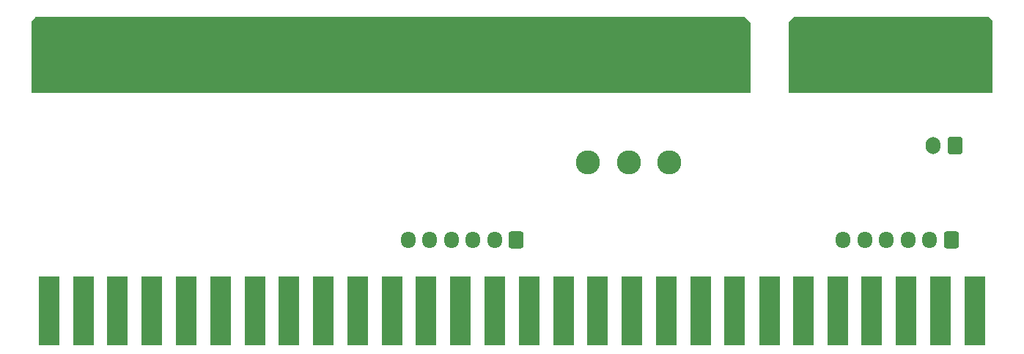
<source format=gts>
G04 #@! TF.GenerationSoftware,KiCad,Pcbnew,(6.0.0)*
G04 #@! TF.CreationDate,2022-02-01T22:01:56+01:00*
G04 #@! TF.ProjectId,jamma_mahjong,6a616d6d-615f-46d6-9168-6a6f6e672e6b,rev?*
G04 #@! TF.SameCoordinates,Original*
G04 #@! TF.FileFunction,Soldermask,Top*
G04 #@! TF.FilePolarity,Negative*
%FSLAX46Y46*%
G04 Gerber Fmt 4.6, Leading zero omitted, Abs format (unit mm)*
G04 Created by KiCad (PCBNEW (6.0.0)) date 2022-02-01 22:01:56*
%MOMM*%
%LPD*%
G01*
G04 APERTURE LIST*
G04 Aperture macros list*
%AMRoundRect*
0 Rectangle with rounded corners*
0 $1 Rounding radius*
0 $2 $3 $4 $5 $6 $7 $8 $9 X,Y pos of 4 corners*
0 Add a 4 corners polygon primitive as box body*
4,1,4,$2,$3,$4,$5,$6,$7,$8,$9,$2,$3,0*
0 Add four circle primitives for the rounded corners*
1,1,$1+$1,$2,$3*
1,1,$1+$1,$4,$5*
1,1,$1+$1,$6,$7*
1,1,$1+$1,$8,$9*
0 Add four rect primitives between the rounded corners*
20,1,$1+$1,$2,$3,$4,$5,0*
20,1,$1+$1,$4,$5,$6,$7,0*
20,1,$1+$1,$6,$7,$8,$9,0*
20,1,$1+$1,$8,$9,$2,$3,0*%
G04 Aperture macros list end*
%ADD10R,2.350000X8.000000*%
%ADD11C,2.781000*%
%ADD12RoundRect,0.250000X0.600000X0.725000X-0.600000X0.725000X-0.600000X-0.725000X0.600000X-0.725000X0*%
%ADD13O,1.700000X1.950000*%
%ADD14RoundRect,0.250000X0.600000X0.750000X-0.600000X0.750000X-0.600000X-0.750000X0.600000X-0.750000X0*%
%ADD15O,1.700000X2.000000*%
G04 APERTURE END LIST*
D10*
X229720000Y-52020000D03*
X229720000Y-52020000D03*
X225760000Y-52020000D03*
X225760000Y-52020000D03*
X221800000Y-52020000D03*
X221800000Y-52020000D03*
X217840000Y-52020000D03*
X217840000Y-52020000D03*
X213880000Y-52020000D03*
X213880000Y-52020000D03*
X209920000Y-52020000D03*
X209920000Y-52020000D03*
X202000000Y-52020000D03*
X202000000Y-52020000D03*
X198040000Y-52020000D03*
X198040000Y-52020000D03*
X194080000Y-52020000D03*
X194080000Y-52020000D03*
X190120000Y-52020000D03*
X190120000Y-52020000D03*
X186160000Y-52020000D03*
X186160000Y-52020000D03*
X182200000Y-52020000D03*
X182200000Y-52020000D03*
X178240000Y-52020000D03*
X178240000Y-52020000D03*
X174280000Y-52020000D03*
X174280000Y-52020000D03*
X170320000Y-52020000D03*
X170320000Y-52020000D03*
X166360000Y-52020000D03*
X166360000Y-52020000D03*
X162400000Y-52020000D03*
X162400000Y-52020000D03*
X158440000Y-52020000D03*
X158440000Y-52020000D03*
X154480000Y-52020000D03*
X154480000Y-52020000D03*
X150520000Y-52020000D03*
X150520000Y-52020000D03*
X146560000Y-52020000D03*
X146560000Y-52020000D03*
X142600000Y-52020000D03*
X142600000Y-52020000D03*
X138640000Y-52020000D03*
X138640000Y-52020000D03*
X134680000Y-52020000D03*
X134680000Y-52020000D03*
X130720000Y-52020000D03*
X130720000Y-52020000D03*
X126760000Y-52020000D03*
X126760000Y-52020000D03*
X122800000Y-52020000D03*
X122800000Y-52020000D03*
X229720000Y-52020000D03*
X229720000Y-52020000D03*
X225760000Y-52020000D03*
X225760000Y-52020000D03*
X221800000Y-52020000D03*
X221800000Y-52020000D03*
X217840000Y-52020000D03*
X217840000Y-52020000D03*
X213880000Y-52020000D03*
X213880000Y-52020000D03*
X209920000Y-52020000D03*
X209920000Y-52020000D03*
X202000000Y-52020000D03*
X202000000Y-52020000D03*
X198040000Y-52020000D03*
X198040000Y-52020000D03*
X194080000Y-52020000D03*
X194080000Y-52020000D03*
X190120000Y-52020000D03*
X190120000Y-52020000D03*
X186160000Y-52020000D03*
X186160000Y-52020000D03*
X182200000Y-52020000D03*
X182200000Y-52020000D03*
X178240000Y-52020000D03*
X178240000Y-52020000D03*
X174280000Y-52020000D03*
X174280000Y-52020000D03*
X170320000Y-52020000D03*
X170320000Y-52020000D03*
X166360000Y-52020000D03*
X166360000Y-52020000D03*
X162400000Y-52020000D03*
X162400000Y-52020000D03*
X158440000Y-52020000D03*
X158440000Y-52020000D03*
X154480000Y-52020000D03*
X154480000Y-52020000D03*
X150520000Y-52020000D03*
X150520000Y-52020000D03*
X146560000Y-52020000D03*
X146560000Y-52020000D03*
X142600000Y-52020000D03*
X142600000Y-52020000D03*
X138640000Y-52020000D03*
X138640000Y-52020000D03*
X134680000Y-52020000D03*
X134680000Y-52020000D03*
X130720000Y-52020000D03*
X130720000Y-52020000D03*
X126760000Y-52020000D03*
X126760000Y-52020000D03*
X122800000Y-52020000D03*
X122800000Y-52020000D03*
X229720000Y-81230000D03*
X229720000Y-81230000D03*
X225760000Y-81230000D03*
X225760000Y-81230000D03*
X221800000Y-81230000D03*
X221800000Y-81230000D03*
X217840000Y-81230000D03*
X217840000Y-81230000D03*
X213880000Y-81230000D03*
X213880000Y-81230000D03*
X209920000Y-81230000D03*
X209920000Y-81230000D03*
X205993160Y-81232540D03*
X202000000Y-81230000D03*
X202000000Y-81230000D03*
X198040000Y-81230000D03*
X198040000Y-81230000D03*
X194080000Y-81230000D03*
X194080000Y-81230000D03*
X190120000Y-81230000D03*
X190120000Y-81230000D03*
X186160000Y-81230000D03*
X186160000Y-81230000D03*
X182200000Y-81230000D03*
X182200000Y-81230000D03*
X178240000Y-81230000D03*
X178240000Y-81230000D03*
X174280000Y-81230000D03*
X174280000Y-81230000D03*
X170320000Y-81230000D03*
X170320000Y-81230000D03*
X166360000Y-81230000D03*
X166360000Y-81230000D03*
X162400000Y-81230000D03*
X162400000Y-81230000D03*
X158440000Y-81230000D03*
X158440000Y-81230000D03*
X154480000Y-81230000D03*
X154480000Y-81230000D03*
X150520000Y-81230000D03*
X150520000Y-81230000D03*
X146560000Y-81230000D03*
X146560000Y-81230000D03*
X142600000Y-81230000D03*
X142600000Y-81230000D03*
X138640000Y-81230000D03*
X138640000Y-81230000D03*
X134680000Y-81230000D03*
X134680000Y-81230000D03*
X130720000Y-81230000D03*
X130720000Y-81230000D03*
X126760000Y-81230000D03*
X126760000Y-81230000D03*
X122800000Y-81230000D03*
X122800000Y-81230000D03*
X229720000Y-81230000D03*
X229720000Y-81230000D03*
X225760000Y-81230000D03*
X225760000Y-81230000D03*
X221800000Y-81230000D03*
X221800000Y-81230000D03*
X217840000Y-81230000D03*
X217840000Y-81230000D03*
X213880000Y-81230000D03*
X213880000Y-81230000D03*
X209920000Y-81230000D03*
X209920000Y-81230000D03*
X205993160Y-81232540D03*
X202000000Y-81230000D03*
X202000000Y-81230000D03*
X198040000Y-81230000D03*
X198040000Y-81230000D03*
X194080000Y-81230000D03*
X194080000Y-81230000D03*
X190120000Y-81230000D03*
X190120000Y-81230000D03*
X186160000Y-81230000D03*
X186160000Y-81230000D03*
X182200000Y-81230000D03*
X182200000Y-81230000D03*
X178240000Y-81230000D03*
X178240000Y-81230000D03*
X174280000Y-81230000D03*
X174280000Y-81230000D03*
X170320000Y-81230000D03*
X170320000Y-81230000D03*
X166360000Y-81230000D03*
X166360000Y-81230000D03*
X162400000Y-81230000D03*
X162400000Y-81230000D03*
X158440000Y-81230000D03*
X158440000Y-81230000D03*
X154480000Y-81230000D03*
X154480000Y-81230000D03*
X150520000Y-81230000D03*
X150520000Y-81230000D03*
X146560000Y-81230000D03*
X146560000Y-81230000D03*
X142600000Y-81230000D03*
X142600000Y-81230000D03*
X138640000Y-81230000D03*
X138640000Y-81230000D03*
X134680000Y-81230000D03*
X134680000Y-81230000D03*
X130720000Y-81230000D03*
X130720000Y-81230000D03*
X126760000Y-81230000D03*
X126760000Y-81230000D03*
X122800000Y-81230000D03*
X122800000Y-81230000D03*
D11*
X194450000Y-64000000D03*
X189750000Y-64000000D03*
X185050000Y-64000000D03*
D12*
X227000000Y-73000000D03*
D13*
X224500000Y-73000000D03*
X222000000Y-73000000D03*
X219500000Y-73000000D03*
X217000000Y-73000000D03*
X214500000Y-73000000D03*
D12*
X176750000Y-73000000D03*
D13*
X174250000Y-73000000D03*
X171750000Y-73000000D03*
X169250000Y-73000000D03*
X166750000Y-73000000D03*
X164250000Y-73000000D03*
D14*
X227450000Y-62100000D03*
D15*
X224950000Y-62100000D03*
G36*
X203215931Y-47220002D02*
G01*
X203236905Y-47236905D01*
X203763095Y-47763095D01*
X203797121Y-47825407D01*
X203800000Y-47852190D01*
X203800000Y-55874000D01*
X203779998Y-55942121D01*
X203726342Y-55988614D01*
X203674000Y-56000000D01*
X120926000Y-56000000D01*
X120857879Y-55979998D01*
X120811386Y-55926342D01*
X120800000Y-55874000D01*
X120800000Y-47652190D01*
X120820002Y-47584069D01*
X120836905Y-47563095D01*
X121163095Y-47236905D01*
X121225407Y-47202879D01*
X121252190Y-47200000D01*
X203147810Y-47200000D01*
X203215931Y-47220002D01*
G37*
G36*
X231415931Y-47220002D02*
G01*
X231436905Y-47236905D01*
X231763095Y-47563095D01*
X231797121Y-47625407D01*
X231800000Y-47652190D01*
X231800000Y-55874000D01*
X231779998Y-55942121D01*
X231726342Y-55988614D01*
X231674000Y-56000000D01*
X208326000Y-56000000D01*
X208257879Y-55979998D01*
X208211386Y-55926342D01*
X208200000Y-55874000D01*
X208200000Y-47852190D01*
X208220002Y-47784069D01*
X208236905Y-47763095D01*
X208763095Y-47236905D01*
X208825407Y-47202879D01*
X208852190Y-47200000D01*
X231347810Y-47200000D01*
X231415931Y-47220002D01*
G37*
M02*

</source>
